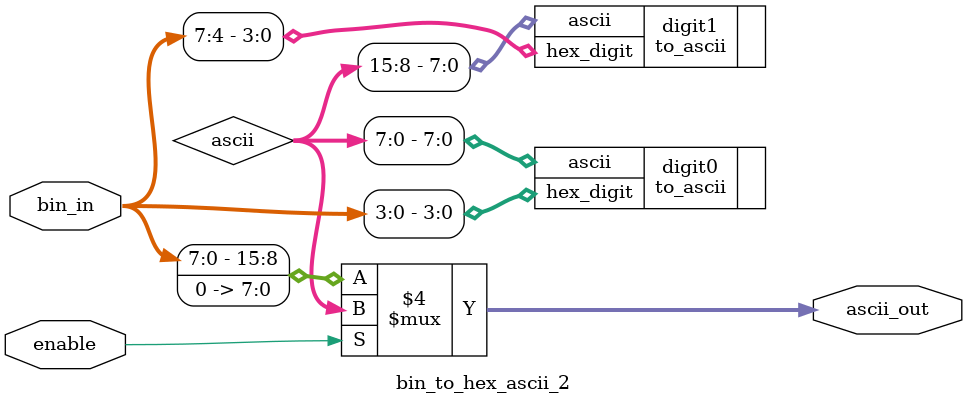
<source format=sv>
module bin_to_hex_ascii_2(
    input [7:0] bin_in,         // Valor binario de 8 bits
	 input enable,
    output [15:0] ascii_out      // Salida ASCII de 15 bits (2 caracteres x 8 bits)
);
    
	 reg [15:0] ascii;
    // Mapeo de cada dígito hexadecimal de bin_in a su representación ASCII
    
    to_ascii digit1(.hex_digit(bin_in[7:4]),   .ascii(ascii[15:8]));
    to_ascii digit0(.hex_digit(bin_in[3:0]),   .ascii(ascii[7:0]));
	 
	 always @* begin
		if (~enable) begin
			ascii_out <= {bin_in, 8'b0};
		end else begin
			ascii_out <= ascii;
		end
	 end

endmodule
</source>
